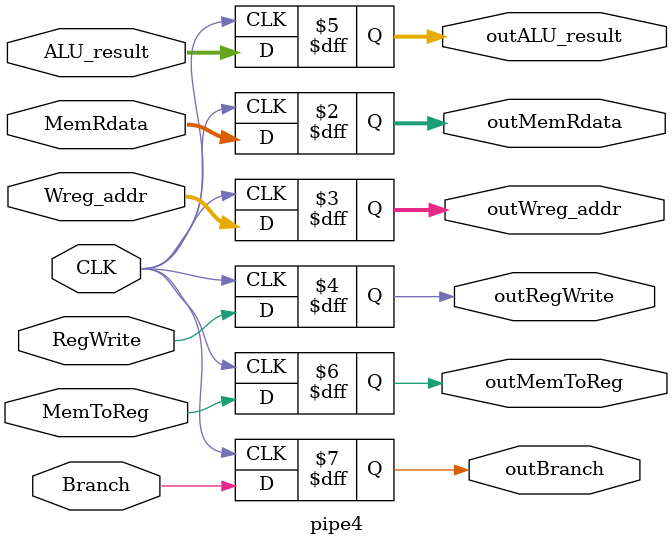
<source format=v>
module pipe4(
  input CLK,
  input wire [31:0] MemRdata,
  input wire [4:0] Wreg_addr,
  input wire RegWrite,
  input wire [31:0] ALU_result,
  input wire MemToReg,
  input wire Branch,

  output reg [31:0] outMemRdata,
  output reg [4:0] outWreg_addr,
  output reg outRegWrite,
  output reg [31:0] outALU_result,
  output reg outMemToReg,
  output reg outBranch
);

always @(negedge CLK)
begin
  outMemRdata <= MemRdata;
  outWreg_addr <= Wreg_addr;
  outRegWrite <= RegWrite;
  outALU_result <= ALU_result;
  outMemToReg <= MemToReg;
  outBranch <= Branch;
end

endmodule

</source>
